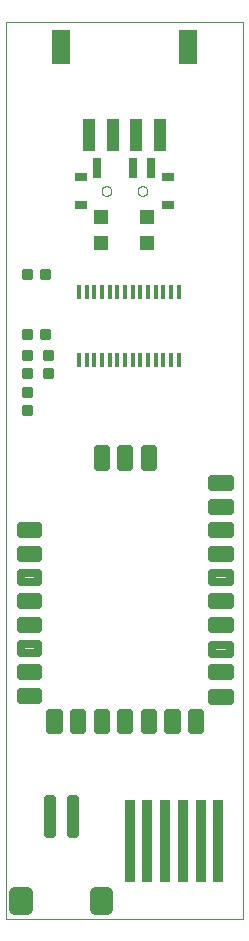
<source format=gtp>
G75*
%MOIN*%
%OFA0B0*%
%FSLAX25Y25*%
%IPPOS*%
%LPD*%
%AMOC8*
5,1,8,0,0,1.08239X$1,22.5*
%
%ADD10C,0.00000*%
%ADD11R,0.01575X0.04724*%
%ADD12R,0.03976X0.10787*%
%ADD13R,0.05906X0.11811*%
%ADD14C,0.00875*%
%ADD15C,0.02756*%
%ADD16R,0.02756X0.07087*%
%ADD17R,0.04000X0.02756*%
%ADD18C,0.01969*%
%ADD19C,0.03937*%
%ADD20R,0.03346X0.27559*%
%ADD21R,0.05118X0.04528*%
D10*
X0002667Y0001800D02*
X0002667Y0300700D01*
X0081667Y0300700D01*
X0081667Y0001800D01*
X0002667Y0001800D01*
X0034567Y0244300D02*
X0034569Y0244380D01*
X0034575Y0244459D01*
X0034585Y0244538D01*
X0034599Y0244617D01*
X0034616Y0244695D01*
X0034638Y0244772D01*
X0034663Y0244847D01*
X0034693Y0244921D01*
X0034725Y0244994D01*
X0034762Y0245065D01*
X0034802Y0245134D01*
X0034845Y0245201D01*
X0034892Y0245266D01*
X0034941Y0245328D01*
X0034994Y0245388D01*
X0035050Y0245445D01*
X0035108Y0245500D01*
X0035169Y0245551D01*
X0035233Y0245599D01*
X0035299Y0245644D01*
X0035367Y0245686D01*
X0035437Y0245724D01*
X0035509Y0245758D01*
X0035582Y0245789D01*
X0035657Y0245817D01*
X0035734Y0245840D01*
X0035811Y0245860D01*
X0035889Y0245876D01*
X0035968Y0245888D01*
X0036047Y0245896D01*
X0036127Y0245900D01*
X0036207Y0245900D01*
X0036287Y0245896D01*
X0036366Y0245888D01*
X0036445Y0245876D01*
X0036523Y0245860D01*
X0036600Y0245840D01*
X0036677Y0245817D01*
X0036752Y0245789D01*
X0036825Y0245758D01*
X0036897Y0245724D01*
X0036967Y0245686D01*
X0037035Y0245644D01*
X0037101Y0245599D01*
X0037165Y0245551D01*
X0037226Y0245500D01*
X0037284Y0245445D01*
X0037340Y0245388D01*
X0037393Y0245328D01*
X0037442Y0245266D01*
X0037489Y0245201D01*
X0037532Y0245134D01*
X0037572Y0245065D01*
X0037609Y0244994D01*
X0037641Y0244921D01*
X0037671Y0244847D01*
X0037696Y0244772D01*
X0037718Y0244695D01*
X0037735Y0244617D01*
X0037749Y0244538D01*
X0037759Y0244459D01*
X0037765Y0244380D01*
X0037767Y0244300D01*
X0037765Y0244220D01*
X0037759Y0244141D01*
X0037749Y0244062D01*
X0037735Y0243983D01*
X0037718Y0243905D01*
X0037696Y0243828D01*
X0037671Y0243753D01*
X0037641Y0243679D01*
X0037609Y0243606D01*
X0037572Y0243535D01*
X0037532Y0243466D01*
X0037489Y0243399D01*
X0037442Y0243334D01*
X0037393Y0243272D01*
X0037340Y0243212D01*
X0037284Y0243155D01*
X0037226Y0243100D01*
X0037165Y0243049D01*
X0037101Y0243001D01*
X0037035Y0242956D01*
X0036967Y0242914D01*
X0036897Y0242876D01*
X0036825Y0242842D01*
X0036752Y0242811D01*
X0036677Y0242783D01*
X0036600Y0242760D01*
X0036523Y0242740D01*
X0036445Y0242724D01*
X0036366Y0242712D01*
X0036287Y0242704D01*
X0036207Y0242700D01*
X0036127Y0242700D01*
X0036047Y0242704D01*
X0035968Y0242712D01*
X0035889Y0242724D01*
X0035811Y0242740D01*
X0035734Y0242760D01*
X0035657Y0242783D01*
X0035582Y0242811D01*
X0035509Y0242842D01*
X0035437Y0242876D01*
X0035367Y0242914D01*
X0035299Y0242956D01*
X0035233Y0243001D01*
X0035169Y0243049D01*
X0035108Y0243100D01*
X0035050Y0243155D01*
X0034994Y0243212D01*
X0034941Y0243272D01*
X0034892Y0243334D01*
X0034845Y0243399D01*
X0034802Y0243466D01*
X0034762Y0243535D01*
X0034725Y0243606D01*
X0034693Y0243679D01*
X0034663Y0243753D01*
X0034638Y0243828D01*
X0034616Y0243905D01*
X0034599Y0243983D01*
X0034585Y0244062D01*
X0034575Y0244141D01*
X0034569Y0244220D01*
X0034567Y0244300D01*
X0046567Y0244300D02*
X0046569Y0244380D01*
X0046575Y0244459D01*
X0046585Y0244538D01*
X0046599Y0244617D01*
X0046616Y0244695D01*
X0046638Y0244772D01*
X0046663Y0244847D01*
X0046693Y0244921D01*
X0046725Y0244994D01*
X0046762Y0245065D01*
X0046802Y0245134D01*
X0046845Y0245201D01*
X0046892Y0245266D01*
X0046941Y0245328D01*
X0046994Y0245388D01*
X0047050Y0245445D01*
X0047108Y0245500D01*
X0047169Y0245551D01*
X0047233Y0245599D01*
X0047299Y0245644D01*
X0047367Y0245686D01*
X0047437Y0245724D01*
X0047509Y0245758D01*
X0047582Y0245789D01*
X0047657Y0245817D01*
X0047734Y0245840D01*
X0047811Y0245860D01*
X0047889Y0245876D01*
X0047968Y0245888D01*
X0048047Y0245896D01*
X0048127Y0245900D01*
X0048207Y0245900D01*
X0048287Y0245896D01*
X0048366Y0245888D01*
X0048445Y0245876D01*
X0048523Y0245860D01*
X0048600Y0245840D01*
X0048677Y0245817D01*
X0048752Y0245789D01*
X0048825Y0245758D01*
X0048897Y0245724D01*
X0048967Y0245686D01*
X0049035Y0245644D01*
X0049101Y0245599D01*
X0049165Y0245551D01*
X0049226Y0245500D01*
X0049284Y0245445D01*
X0049340Y0245388D01*
X0049393Y0245328D01*
X0049442Y0245266D01*
X0049489Y0245201D01*
X0049532Y0245134D01*
X0049572Y0245065D01*
X0049609Y0244994D01*
X0049641Y0244921D01*
X0049671Y0244847D01*
X0049696Y0244772D01*
X0049718Y0244695D01*
X0049735Y0244617D01*
X0049749Y0244538D01*
X0049759Y0244459D01*
X0049765Y0244380D01*
X0049767Y0244300D01*
X0049765Y0244220D01*
X0049759Y0244141D01*
X0049749Y0244062D01*
X0049735Y0243983D01*
X0049718Y0243905D01*
X0049696Y0243828D01*
X0049671Y0243753D01*
X0049641Y0243679D01*
X0049609Y0243606D01*
X0049572Y0243535D01*
X0049532Y0243466D01*
X0049489Y0243399D01*
X0049442Y0243334D01*
X0049393Y0243272D01*
X0049340Y0243212D01*
X0049284Y0243155D01*
X0049226Y0243100D01*
X0049165Y0243049D01*
X0049101Y0243001D01*
X0049035Y0242956D01*
X0048967Y0242914D01*
X0048897Y0242876D01*
X0048825Y0242842D01*
X0048752Y0242811D01*
X0048677Y0242783D01*
X0048600Y0242760D01*
X0048523Y0242740D01*
X0048445Y0242724D01*
X0048366Y0242712D01*
X0048287Y0242704D01*
X0048207Y0242700D01*
X0048127Y0242700D01*
X0048047Y0242704D01*
X0047968Y0242712D01*
X0047889Y0242724D01*
X0047811Y0242740D01*
X0047734Y0242760D01*
X0047657Y0242783D01*
X0047582Y0242811D01*
X0047509Y0242842D01*
X0047437Y0242876D01*
X0047367Y0242914D01*
X0047299Y0242956D01*
X0047233Y0243001D01*
X0047169Y0243049D01*
X0047108Y0243100D01*
X0047050Y0243155D01*
X0046994Y0243212D01*
X0046941Y0243272D01*
X0046892Y0243334D01*
X0046845Y0243399D01*
X0046802Y0243466D01*
X0046762Y0243535D01*
X0046725Y0243606D01*
X0046693Y0243679D01*
X0046663Y0243753D01*
X0046638Y0243828D01*
X0046616Y0243905D01*
X0046599Y0243983D01*
X0046585Y0244062D01*
X0046575Y0244141D01*
X0046569Y0244220D01*
X0046567Y0244300D01*
D11*
X0047505Y0210717D03*
X0044946Y0210717D03*
X0042387Y0210717D03*
X0039828Y0210717D03*
X0037269Y0210717D03*
X0034710Y0210717D03*
X0032151Y0210717D03*
X0029592Y0210717D03*
X0027033Y0210717D03*
X0027033Y0187883D03*
X0029592Y0187883D03*
X0032151Y0187883D03*
X0034710Y0187883D03*
X0037269Y0187883D03*
X0039828Y0187883D03*
X0042387Y0187883D03*
X0044946Y0187883D03*
X0047505Y0187883D03*
X0050064Y0187883D03*
X0052623Y0187883D03*
X0055182Y0187883D03*
X0057741Y0187883D03*
X0060301Y0187883D03*
X0060301Y0210717D03*
X0057741Y0210717D03*
X0055182Y0210717D03*
X0052623Y0210717D03*
X0050064Y0210717D03*
D12*
X0053978Y0262906D03*
X0046104Y0262906D03*
X0038230Y0262906D03*
X0030356Y0262906D03*
D13*
X0020907Y0292434D03*
X0063427Y0292434D03*
D14*
X0017980Y0191113D02*
X0017980Y0188487D01*
X0015354Y0188487D01*
X0015354Y0191113D01*
X0017980Y0191113D01*
X0017980Y0189361D02*
X0015354Y0189361D01*
X0015354Y0190235D02*
X0017980Y0190235D01*
X0017980Y0191109D02*
X0015354Y0191109D01*
X0014354Y0198113D02*
X0016980Y0198113D01*
X0016980Y0195487D01*
X0014354Y0195487D01*
X0014354Y0198113D01*
X0014354Y0196361D02*
X0016980Y0196361D01*
X0016980Y0197235D02*
X0014354Y0197235D01*
X0014354Y0198109D02*
X0016980Y0198109D01*
X0017980Y0185113D02*
X0017980Y0182487D01*
X0015354Y0182487D01*
X0015354Y0185113D01*
X0017980Y0185113D01*
X0017980Y0183361D02*
X0015354Y0183361D01*
X0015354Y0184235D02*
X0017980Y0184235D01*
X0017980Y0185109D02*
X0015354Y0185109D01*
X0008354Y0185113D02*
X0008354Y0182487D01*
X0008354Y0185113D02*
X0010980Y0185113D01*
X0010980Y0182487D01*
X0008354Y0182487D01*
X0008354Y0183361D02*
X0010980Y0183361D01*
X0010980Y0184235D02*
X0008354Y0184235D01*
X0008354Y0185109D02*
X0010980Y0185109D01*
X0008354Y0188487D02*
X0008354Y0191113D01*
X0010980Y0191113D01*
X0010980Y0188487D01*
X0008354Y0188487D01*
X0008354Y0189361D02*
X0010980Y0189361D01*
X0010980Y0190235D02*
X0008354Y0190235D01*
X0008354Y0191109D02*
X0010980Y0191109D01*
X0010980Y0198113D02*
X0008354Y0198113D01*
X0010980Y0198113D02*
X0010980Y0195487D01*
X0008354Y0195487D01*
X0008354Y0198113D01*
X0008354Y0196361D02*
X0010980Y0196361D01*
X0010980Y0197235D02*
X0008354Y0197235D01*
X0008354Y0198109D02*
X0010980Y0198109D01*
X0010980Y0215487D02*
X0008354Y0215487D01*
X0008354Y0218113D01*
X0010980Y0218113D01*
X0010980Y0215487D01*
X0010980Y0216361D02*
X0008354Y0216361D01*
X0008354Y0217235D02*
X0010980Y0217235D01*
X0010980Y0218109D02*
X0008354Y0218109D01*
X0014354Y0215487D02*
X0016980Y0215487D01*
X0014354Y0215487D02*
X0014354Y0218113D01*
X0016980Y0218113D01*
X0016980Y0215487D01*
X0016980Y0216361D02*
X0014354Y0216361D01*
X0014354Y0217235D02*
X0016980Y0217235D01*
X0016980Y0218109D02*
X0014354Y0218109D01*
X0008354Y0178613D02*
X0008354Y0175987D01*
X0008354Y0178613D02*
X0010980Y0178613D01*
X0010980Y0175987D01*
X0008354Y0175987D01*
X0008354Y0176861D02*
X0010980Y0176861D01*
X0010980Y0177735D02*
X0008354Y0177735D01*
X0008354Y0178609D02*
X0010980Y0178609D01*
X0008354Y0172613D02*
X0008354Y0169987D01*
X0008354Y0172613D02*
X0010980Y0172613D01*
X0010980Y0169987D01*
X0008354Y0169987D01*
X0008354Y0170861D02*
X0010980Y0170861D01*
X0010980Y0171735D02*
X0008354Y0171735D01*
X0008354Y0172609D02*
X0010980Y0172609D01*
D15*
X0013516Y0129851D02*
X0007612Y0129851D01*
X0007612Y0132607D01*
X0013516Y0132607D01*
X0013516Y0129851D01*
X0013516Y0132606D02*
X0007612Y0132606D01*
X0007612Y0121977D02*
X0013516Y0121977D01*
X0007612Y0121977D02*
X0007612Y0124733D01*
X0013516Y0124733D01*
X0013516Y0121977D01*
X0013516Y0124732D02*
X0007612Y0124732D01*
X0007612Y0114103D02*
X0013516Y0114103D01*
X0007612Y0114103D02*
X0007612Y0116859D01*
X0013516Y0116859D01*
X0013516Y0114103D01*
X0013516Y0116858D02*
X0007612Y0116858D01*
X0007612Y0106229D02*
X0013516Y0106229D01*
X0007612Y0106229D02*
X0007612Y0108985D01*
X0013516Y0108985D01*
X0013516Y0106229D01*
X0013516Y0108984D02*
X0007612Y0108984D01*
X0007612Y0098355D02*
X0013516Y0098355D01*
X0007612Y0098355D02*
X0007612Y0101111D01*
X0013516Y0101111D01*
X0013516Y0098355D01*
X0013516Y0101110D02*
X0007612Y0101110D01*
X0007612Y0090481D02*
X0013516Y0090481D01*
X0007612Y0090481D02*
X0007612Y0093237D01*
X0013516Y0093237D01*
X0013516Y0090481D01*
X0013516Y0093236D02*
X0007612Y0093236D01*
X0007612Y0082607D02*
X0013516Y0082607D01*
X0007612Y0082607D02*
X0007612Y0085363D01*
X0013516Y0085363D01*
X0013516Y0082607D01*
X0013516Y0085362D02*
X0007612Y0085362D01*
X0007612Y0074733D02*
X0013516Y0074733D01*
X0007612Y0074733D02*
X0007612Y0077489D01*
X0013516Y0077489D01*
X0013516Y0074733D01*
X0013516Y0077488D02*
X0007612Y0077488D01*
X0017454Y0064498D02*
X0020210Y0064498D01*
X0017454Y0064498D02*
X0017454Y0070402D01*
X0020210Y0070402D01*
X0020210Y0064498D01*
X0020210Y0067253D02*
X0017454Y0067253D01*
X0017454Y0070008D02*
X0020210Y0070008D01*
X0025328Y0064498D02*
X0028084Y0064498D01*
X0025328Y0064498D02*
X0025328Y0070402D01*
X0028084Y0070402D01*
X0028084Y0064498D01*
X0028084Y0067253D02*
X0025328Y0067253D01*
X0025328Y0070008D02*
X0028084Y0070008D01*
X0033202Y0064498D02*
X0035958Y0064498D01*
X0033202Y0064498D02*
X0033202Y0070402D01*
X0035958Y0070402D01*
X0035958Y0064498D01*
X0035958Y0067253D02*
X0033202Y0067253D01*
X0033202Y0070008D02*
X0035958Y0070008D01*
X0041076Y0064498D02*
X0043832Y0064498D01*
X0041076Y0064498D02*
X0041076Y0070402D01*
X0043832Y0070402D01*
X0043832Y0064498D01*
X0043832Y0067253D02*
X0041076Y0067253D01*
X0041076Y0070008D02*
X0043832Y0070008D01*
X0048950Y0064498D02*
X0051706Y0064498D01*
X0048950Y0064498D02*
X0048950Y0070402D01*
X0051706Y0070402D01*
X0051706Y0064498D01*
X0051706Y0067253D02*
X0048950Y0067253D01*
X0048950Y0070008D02*
X0051706Y0070008D01*
X0056824Y0064498D02*
X0059580Y0064498D01*
X0056824Y0064498D02*
X0056824Y0070402D01*
X0059580Y0070402D01*
X0059580Y0064498D01*
X0059580Y0067253D02*
X0056824Y0067253D01*
X0056824Y0070008D02*
X0059580Y0070008D01*
X0064698Y0064498D02*
X0067454Y0064498D01*
X0064698Y0064498D02*
X0064698Y0070402D01*
X0067454Y0070402D01*
X0067454Y0064498D01*
X0067454Y0067253D02*
X0064698Y0067253D01*
X0064698Y0070008D02*
X0067454Y0070008D01*
X0071392Y0074339D02*
X0077296Y0074339D01*
X0071392Y0074339D02*
X0071392Y0077095D01*
X0077296Y0077095D01*
X0077296Y0074339D01*
X0077296Y0077094D02*
X0071392Y0077094D01*
X0071392Y0082607D02*
X0077296Y0082607D01*
X0071392Y0082607D02*
X0071392Y0085363D01*
X0077296Y0085363D01*
X0077296Y0082607D01*
X0077296Y0085362D02*
X0071392Y0085362D01*
X0071392Y0090087D02*
X0077296Y0090087D01*
X0071392Y0090087D02*
X0071392Y0092843D01*
X0077296Y0092843D01*
X0077296Y0090087D01*
X0077296Y0092842D02*
X0071392Y0092842D01*
X0071392Y0098355D02*
X0077296Y0098355D01*
X0071392Y0098355D02*
X0071392Y0101111D01*
X0077296Y0101111D01*
X0077296Y0098355D01*
X0077296Y0101110D02*
X0071392Y0101110D01*
X0071392Y0106229D02*
X0077296Y0106229D01*
X0071392Y0106229D02*
X0071392Y0108985D01*
X0077296Y0108985D01*
X0077296Y0106229D01*
X0077296Y0108984D02*
X0071392Y0108984D01*
X0071392Y0114103D02*
X0077296Y0114103D01*
X0071392Y0114103D02*
X0071392Y0116859D01*
X0077296Y0116859D01*
X0077296Y0114103D01*
X0077296Y0116858D02*
X0071392Y0116858D01*
X0071392Y0121977D02*
X0077296Y0121977D01*
X0071392Y0121977D02*
X0071392Y0124733D01*
X0077296Y0124733D01*
X0077296Y0121977D01*
X0077296Y0124732D02*
X0071392Y0124732D01*
X0071392Y0129851D02*
X0077296Y0129851D01*
X0071392Y0129851D02*
X0071392Y0132607D01*
X0077296Y0132607D01*
X0077296Y0129851D01*
X0077296Y0132606D02*
X0071392Y0132606D01*
X0071392Y0137725D02*
X0077296Y0137725D01*
X0071392Y0137725D02*
X0071392Y0140481D01*
X0077296Y0140481D01*
X0077296Y0137725D01*
X0077296Y0140480D02*
X0071392Y0140480D01*
X0071392Y0145599D02*
X0077296Y0145599D01*
X0071392Y0145599D02*
X0071392Y0148355D01*
X0077296Y0148355D01*
X0077296Y0145599D01*
X0077296Y0148354D02*
X0071392Y0148354D01*
X0051706Y0152293D02*
X0048950Y0152293D01*
X0048950Y0158197D01*
X0051706Y0158197D01*
X0051706Y0152293D01*
X0051706Y0155048D02*
X0048950Y0155048D01*
X0048950Y0157803D02*
X0051706Y0157803D01*
X0043832Y0152293D02*
X0041076Y0152293D01*
X0041076Y0158197D01*
X0043832Y0158197D01*
X0043832Y0152293D01*
X0043832Y0155048D02*
X0041076Y0155048D01*
X0041076Y0157803D02*
X0043832Y0157803D01*
X0035958Y0152293D02*
X0033202Y0152293D01*
X0033202Y0158197D01*
X0035958Y0158197D01*
X0035958Y0152293D01*
X0035958Y0155048D02*
X0033202Y0155048D01*
X0033202Y0157803D02*
X0035958Y0157803D01*
D16*
X0033167Y0252087D03*
X0045167Y0252087D03*
X0051167Y0252087D03*
D17*
X0056667Y0248828D03*
X0056667Y0239772D03*
X0027667Y0239772D03*
X0027667Y0248828D03*
D18*
X0026088Y0041902D02*
X0026088Y0029698D01*
X0024120Y0029698D01*
X0024120Y0041902D01*
X0026088Y0041902D01*
X0026088Y0031666D02*
X0024120Y0031666D01*
X0024120Y0033634D02*
X0026088Y0033634D01*
X0026088Y0035602D02*
X0024120Y0035602D01*
X0024120Y0037570D02*
X0026088Y0037570D01*
X0026088Y0039538D02*
X0024120Y0039538D01*
X0024120Y0041506D02*
X0026088Y0041506D01*
X0018214Y0041902D02*
X0018214Y0029698D01*
X0016246Y0029698D01*
X0016246Y0041902D01*
X0018214Y0041902D01*
X0018214Y0031666D02*
X0016246Y0031666D01*
X0016246Y0033634D02*
X0018214Y0033634D01*
X0018214Y0035602D02*
X0016246Y0035602D01*
X0016246Y0037570D02*
X0018214Y0037570D01*
X0018214Y0039538D02*
X0016246Y0039538D01*
X0016246Y0041506D02*
X0018214Y0041506D01*
D19*
X0009750Y0010469D02*
X0009750Y0004957D01*
X0005812Y0004957D01*
X0005812Y0010469D01*
X0009750Y0010469D01*
X0009750Y0008893D02*
X0005812Y0008893D01*
X0036521Y0010469D02*
X0036521Y0004957D01*
X0032583Y0004957D01*
X0032583Y0010469D01*
X0036521Y0010469D01*
X0036521Y0008893D02*
X0032583Y0008893D01*
D20*
X0043903Y0027800D03*
X0049808Y0027800D03*
X0055714Y0027800D03*
X0061619Y0027800D03*
X0067525Y0027800D03*
X0073430Y0027800D03*
D21*
X0049844Y0227068D03*
X0049844Y0235532D03*
X0034489Y0235532D03*
X0034489Y0227068D03*
M02*

</source>
